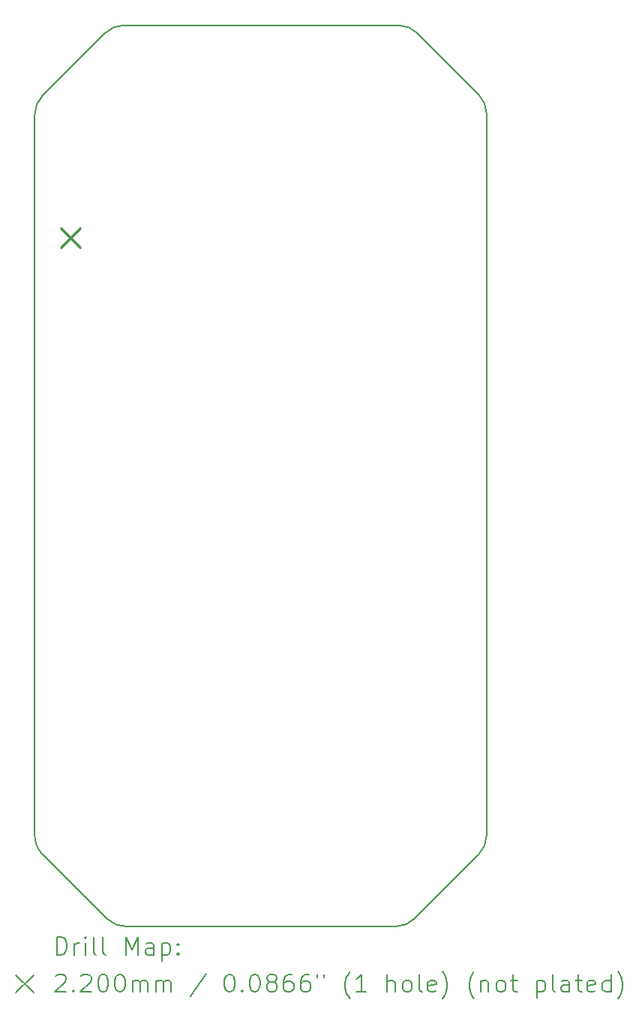
<source format=gbr>
%TF.GenerationSoftware,KiCad,Pcbnew,(6.0.11)*%
%TF.CreationDate,2023-07-08T12:30:29+02:00*%
%TF.ProjectId,Dohle TankVerb,446f686c-6520-4546-916e-6b566572622e,rev?*%
%TF.SameCoordinates,Original*%
%TF.FileFunction,Drillmap*%
%TF.FilePolarity,Positive*%
%FSLAX45Y45*%
G04 Gerber Fmt 4.5, Leading zero omitted, Abs format (unit mm)*
G04 Created by KiCad (PCBNEW (6.0.11)) date 2023-07-08 12:30:29*
%MOMM*%
%LPD*%
G01*
G04 APERTURE LIST*
%ADD10C,0.200000*%
%ADD11C,0.220000*%
G04 APERTURE END LIST*
D10*
X18196934Y-14629536D02*
G75*
G03*
X18284800Y-14417402I-212124J212126D01*
G01*
X13272015Y-14628881D02*
X13996932Y-15353798D01*
X17290536Y-5271771D02*
X14190536Y-5271771D01*
X13978404Y-5359639D02*
X13272668Y-6065375D01*
X17472668Y-15353798D02*
X18196932Y-14629534D01*
X13184802Y-14396961D02*
G75*
G03*
X13272015Y-14628881I299348J-19789D01*
G01*
X13184800Y-6277507D02*
X13184800Y-14396961D01*
X17260536Y-15441665D02*
G75*
G03*
X17472668Y-15353798I4J299995D01*
G01*
X14209064Y-15441666D02*
X17260536Y-15441666D01*
X17502669Y-5359638D02*
G75*
G03*
X17290536Y-5271771I-212139J-212152D01*
G01*
X14190536Y-5271775D02*
G75*
G03*
X13978404Y-5359639I-6J-299995D01*
G01*
X18284799Y-6266035D02*
G75*
G03*
X18196932Y-6053903I-299989J5D01*
G01*
X18284800Y-14417402D02*
X18284800Y-6266035D01*
X18196932Y-6053903D02*
X17502668Y-5359639D01*
X13996931Y-15353800D02*
G75*
G03*
X14209064Y-15441666I212129J212130D01*
G01*
X13272669Y-6065376D02*
G75*
G03*
X13184800Y-6277507I212131J-212134D01*
G01*
D11*
X13474800Y-7561771D02*
X13694800Y-7781771D01*
X13694800Y-7561771D02*
X13474800Y-7781771D01*
D10*
X13431767Y-15762142D02*
X13431767Y-15562142D01*
X13479386Y-15562142D01*
X13507958Y-15571666D01*
X13527005Y-15590714D01*
X13536529Y-15609762D01*
X13546053Y-15647857D01*
X13546053Y-15676428D01*
X13536529Y-15714523D01*
X13527005Y-15733571D01*
X13507958Y-15752619D01*
X13479386Y-15762142D01*
X13431767Y-15762142D01*
X13631767Y-15762142D02*
X13631767Y-15628809D01*
X13631767Y-15666904D02*
X13641291Y-15647857D01*
X13650815Y-15638333D01*
X13669863Y-15628809D01*
X13688910Y-15628809D01*
X13755577Y-15762142D02*
X13755577Y-15628809D01*
X13755577Y-15562142D02*
X13746053Y-15571666D01*
X13755577Y-15581190D01*
X13765101Y-15571666D01*
X13755577Y-15562142D01*
X13755577Y-15581190D01*
X13879386Y-15762142D02*
X13860339Y-15752619D01*
X13850815Y-15733571D01*
X13850815Y-15562142D01*
X13984148Y-15762142D02*
X13965101Y-15752619D01*
X13955577Y-15733571D01*
X13955577Y-15562142D01*
X14212720Y-15762142D02*
X14212720Y-15562142D01*
X14279386Y-15705000D01*
X14346053Y-15562142D01*
X14346053Y-15762142D01*
X14527005Y-15762142D02*
X14527005Y-15657381D01*
X14517482Y-15638333D01*
X14498434Y-15628809D01*
X14460339Y-15628809D01*
X14441291Y-15638333D01*
X14527005Y-15752619D02*
X14507958Y-15762142D01*
X14460339Y-15762142D01*
X14441291Y-15752619D01*
X14431767Y-15733571D01*
X14431767Y-15714523D01*
X14441291Y-15695476D01*
X14460339Y-15685952D01*
X14507958Y-15685952D01*
X14527005Y-15676428D01*
X14622244Y-15628809D02*
X14622244Y-15828809D01*
X14622244Y-15638333D02*
X14641291Y-15628809D01*
X14679386Y-15628809D01*
X14698434Y-15638333D01*
X14707958Y-15647857D01*
X14717482Y-15666904D01*
X14717482Y-15724047D01*
X14707958Y-15743095D01*
X14698434Y-15752619D01*
X14679386Y-15762142D01*
X14641291Y-15762142D01*
X14622244Y-15752619D01*
X14803196Y-15743095D02*
X14812720Y-15752619D01*
X14803196Y-15762142D01*
X14793672Y-15752619D01*
X14803196Y-15743095D01*
X14803196Y-15762142D01*
X14803196Y-15638333D02*
X14812720Y-15647857D01*
X14803196Y-15657381D01*
X14793672Y-15647857D01*
X14803196Y-15638333D01*
X14803196Y-15657381D01*
X12974148Y-15991666D02*
X13174148Y-16191666D01*
X13174148Y-15991666D02*
X12974148Y-16191666D01*
X13422244Y-16001190D02*
X13431767Y-15991666D01*
X13450815Y-15982142D01*
X13498434Y-15982142D01*
X13517482Y-15991666D01*
X13527005Y-16001190D01*
X13536529Y-16020238D01*
X13536529Y-16039285D01*
X13527005Y-16067857D01*
X13412720Y-16182142D01*
X13536529Y-16182142D01*
X13622244Y-16163095D02*
X13631767Y-16172619D01*
X13622244Y-16182142D01*
X13612720Y-16172619D01*
X13622244Y-16163095D01*
X13622244Y-16182142D01*
X13707958Y-16001190D02*
X13717482Y-15991666D01*
X13736529Y-15982142D01*
X13784148Y-15982142D01*
X13803196Y-15991666D01*
X13812720Y-16001190D01*
X13822244Y-16020238D01*
X13822244Y-16039285D01*
X13812720Y-16067857D01*
X13698434Y-16182142D01*
X13822244Y-16182142D01*
X13946053Y-15982142D02*
X13965101Y-15982142D01*
X13984148Y-15991666D01*
X13993672Y-16001190D01*
X14003196Y-16020238D01*
X14012720Y-16058333D01*
X14012720Y-16105952D01*
X14003196Y-16144047D01*
X13993672Y-16163095D01*
X13984148Y-16172619D01*
X13965101Y-16182142D01*
X13946053Y-16182142D01*
X13927005Y-16172619D01*
X13917482Y-16163095D01*
X13907958Y-16144047D01*
X13898434Y-16105952D01*
X13898434Y-16058333D01*
X13907958Y-16020238D01*
X13917482Y-16001190D01*
X13927005Y-15991666D01*
X13946053Y-15982142D01*
X14136529Y-15982142D02*
X14155577Y-15982142D01*
X14174624Y-15991666D01*
X14184148Y-16001190D01*
X14193672Y-16020238D01*
X14203196Y-16058333D01*
X14203196Y-16105952D01*
X14193672Y-16144047D01*
X14184148Y-16163095D01*
X14174624Y-16172619D01*
X14155577Y-16182142D01*
X14136529Y-16182142D01*
X14117482Y-16172619D01*
X14107958Y-16163095D01*
X14098434Y-16144047D01*
X14088910Y-16105952D01*
X14088910Y-16058333D01*
X14098434Y-16020238D01*
X14107958Y-16001190D01*
X14117482Y-15991666D01*
X14136529Y-15982142D01*
X14288910Y-16182142D02*
X14288910Y-16048809D01*
X14288910Y-16067857D02*
X14298434Y-16058333D01*
X14317482Y-16048809D01*
X14346053Y-16048809D01*
X14365101Y-16058333D01*
X14374624Y-16077381D01*
X14374624Y-16182142D01*
X14374624Y-16077381D02*
X14384148Y-16058333D01*
X14403196Y-16048809D01*
X14431767Y-16048809D01*
X14450815Y-16058333D01*
X14460339Y-16077381D01*
X14460339Y-16182142D01*
X14555577Y-16182142D02*
X14555577Y-16048809D01*
X14555577Y-16067857D02*
X14565101Y-16058333D01*
X14584148Y-16048809D01*
X14612720Y-16048809D01*
X14631767Y-16058333D01*
X14641291Y-16077381D01*
X14641291Y-16182142D01*
X14641291Y-16077381D02*
X14650815Y-16058333D01*
X14669863Y-16048809D01*
X14698434Y-16048809D01*
X14717482Y-16058333D01*
X14727005Y-16077381D01*
X14727005Y-16182142D01*
X15117482Y-15972619D02*
X14946053Y-16229762D01*
X15374624Y-15982142D02*
X15393672Y-15982142D01*
X15412720Y-15991666D01*
X15422244Y-16001190D01*
X15431767Y-16020238D01*
X15441291Y-16058333D01*
X15441291Y-16105952D01*
X15431767Y-16144047D01*
X15422244Y-16163095D01*
X15412720Y-16172619D01*
X15393672Y-16182142D01*
X15374624Y-16182142D01*
X15355577Y-16172619D01*
X15346053Y-16163095D01*
X15336529Y-16144047D01*
X15327005Y-16105952D01*
X15327005Y-16058333D01*
X15336529Y-16020238D01*
X15346053Y-16001190D01*
X15355577Y-15991666D01*
X15374624Y-15982142D01*
X15527005Y-16163095D02*
X15536529Y-16172619D01*
X15527005Y-16182142D01*
X15517482Y-16172619D01*
X15527005Y-16163095D01*
X15527005Y-16182142D01*
X15660339Y-15982142D02*
X15679386Y-15982142D01*
X15698434Y-15991666D01*
X15707958Y-16001190D01*
X15717482Y-16020238D01*
X15727005Y-16058333D01*
X15727005Y-16105952D01*
X15717482Y-16144047D01*
X15707958Y-16163095D01*
X15698434Y-16172619D01*
X15679386Y-16182142D01*
X15660339Y-16182142D01*
X15641291Y-16172619D01*
X15631767Y-16163095D01*
X15622244Y-16144047D01*
X15612720Y-16105952D01*
X15612720Y-16058333D01*
X15622244Y-16020238D01*
X15631767Y-16001190D01*
X15641291Y-15991666D01*
X15660339Y-15982142D01*
X15841291Y-16067857D02*
X15822244Y-16058333D01*
X15812720Y-16048809D01*
X15803196Y-16029762D01*
X15803196Y-16020238D01*
X15812720Y-16001190D01*
X15822244Y-15991666D01*
X15841291Y-15982142D01*
X15879386Y-15982142D01*
X15898434Y-15991666D01*
X15907958Y-16001190D01*
X15917482Y-16020238D01*
X15917482Y-16029762D01*
X15907958Y-16048809D01*
X15898434Y-16058333D01*
X15879386Y-16067857D01*
X15841291Y-16067857D01*
X15822244Y-16077381D01*
X15812720Y-16086904D01*
X15803196Y-16105952D01*
X15803196Y-16144047D01*
X15812720Y-16163095D01*
X15822244Y-16172619D01*
X15841291Y-16182142D01*
X15879386Y-16182142D01*
X15898434Y-16172619D01*
X15907958Y-16163095D01*
X15917482Y-16144047D01*
X15917482Y-16105952D01*
X15907958Y-16086904D01*
X15898434Y-16077381D01*
X15879386Y-16067857D01*
X16088910Y-15982142D02*
X16050815Y-15982142D01*
X16031767Y-15991666D01*
X16022244Y-16001190D01*
X16003196Y-16029762D01*
X15993672Y-16067857D01*
X15993672Y-16144047D01*
X16003196Y-16163095D01*
X16012720Y-16172619D01*
X16031767Y-16182142D01*
X16069863Y-16182142D01*
X16088910Y-16172619D01*
X16098434Y-16163095D01*
X16107958Y-16144047D01*
X16107958Y-16096428D01*
X16098434Y-16077381D01*
X16088910Y-16067857D01*
X16069863Y-16058333D01*
X16031767Y-16058333D01*
X16012720Y-16067857D01*
X16003196Y-16077381D01*
X15993672Y-16096428D01*
X16279386Y-15982142D02*
X16241291Y-15982142D01*
X16222244Y-15991666D01*
X16212720Y-16001190D01*
X16193672Y-16029762D01*
X16184148Y-16067857D01*
X16184148Y-16144047D01*
X16193672Y-16163095D01*
X16203196Y-16172619D01*
X16222244Y-16182142D01*
X16260339Y-16182142D01*
X16279386Y-16172619D01*
X16288910Y-16163095D01*
X16298434Y-16144047D01*
X16298434Y-16096428D01*
X16288910Y-16077381D01*
X16279386Y-16067857D01*
X16260339Y-16058333D01*
X16222244Y-16058333D01*
X16203196Y-16067857D01*
X16193672Y-16077381D01*
X16184148Y-16096428D01*
X16374624Y-15982142D02*
X16374624Y-16020238D01*
X16450815Y-15982142D02*
X16450815Y-16020238D01*
X16746053Y-16258333D02*
X16736529Y-16248809D01*
X16717482Y-16220238D01*
X16707958Y-16201190D01*
X16698434Y-16172619D01*
X16688910Y-16125000D01*
X16688910Y-16086904D01*
X16698434Y-16039285D01*
X16707958Y-16010714D01*
X16717482Y-15991666D01*
X16736529Y-15963095D01*
X16746053Y-15953571D01*
X16927006Y-16182142D02*
X16812720Y-16182142D01*
X16869863Y-16182142D02*
X16869863Y-15982142D01*
X16850815Y-16010714D01*
X16831767Y-16029762D01*
X16812720Y-16039285D01*
X17165101Y-16182142D02*
X17165101Y-15982142D01*
X17250815Y-16182142D02*
X17250815Y-16077381D01*
X17241291Y-16058333D01*
X17222244Y-16048809D01*
X17193672Y-16048809D01*
X17174625Y-16058333D01*
X17165101Y-16067857D01*
X17374625Y-16182142D02*
X17355577Y-16172619D01*
X17346053Y-16163095D01*
X17336529Y-16144047D01*
X17336529Y-16086904D01*
X17346053Y-16067857D01*
X17355577Y-16058333D01*
X17374625Y-16048809D01*
X17403196Y-16048809D01*
X17422244Y-16058333D01*
X17431767Y-16067857D01*
X17441291Y-16086904D01*
X17441291Y-16144047D01*
X17431767Y-16163095D01*
X17422244Y-16172619D01*
X17403196Y-16182142D01*
X17374625Y-16182142D01*
X17555577Y-16182142D02*
X17536529Y-16172619D01*
X17527006Y-16153571D01*
X17527006Y-15982142D01*
X17707958Y-16172619D02*
X17688910Y-16182142D01*
X17650815Y-16182142D01*
X17631767Y-16172619D01*
X17622244Y-16153571D01*
X17622244Y-16077381D01*
X17631767Y-16058333D01*
X17650815Y-16048809D01*
X17688910Y-16048809D01*
X17707958Y-16058333D01*
X17717482Y-16077381D01*
X17717482Y-16096428D01*
X17622244Y-16115476D01*
X17784148Y-16258333D02*
X17793672Y-16248809D01*
X17812720Y-16220238D01*
X17822244Y-16201190D01*
X17831767Y-16172619D01*
X17841291Y-16125000D01*
X17841291Y-16086904D01*
X17831767Y-16039285D01*
X17822244Y-16010714D01*
X17812720Y-15991666D01*
X17793672Y-15963095D01*
X17784148Y-15953571D01*
X18146053Y-16258333D02*
X18136529Y-16248809D01*
X18117482Y-16220238D01*
X18107958Y-16201190D01*
X18098434Y-16172619D01*
X18088910Y-16125000D01*
X18088910Y-16086904D01*
X18098434Y-16039285D01*
X18107958Y-16010714D01*
X18117482Y-15991666D01*
X18136529Y-15963095D01*
X18146053Y-15953571D01*
X18222244Y-16048809D02*
X18222244Y-16182142D01*
X18222244Y-16067857D02*
X18231767Y-16058333D01*
X18250815Y-16048809D01*
X18279386Y-16048809D01*
X18298434Y-16058333D01*
X18307958Y-16077381D01*
X18307958Y-16182142D01*
X18431767Y-16182142D02*
X18412720Y-16172619D01*
X18403196Y-16163095D01*
X18393672Y-16144047D01*
X18393672Y-16086904D01*
X18403196Y-16067857D01*
X18412720Y-16058333D01*
X18431767Y-16048809D01*
X18460339Y-16048809D01*
X18479386Y-16058333D01*
X18488910Y-16067857D01*
X18498434Y-16086904D01*
X18498434Y-16144047D01*
X18488910Y-16163095D01*
X18479386Y-16172619D01*
X18460339Y-16182142D01*
X18431767Y-16182142D01*
X18555577Y-16048809D02*
X18631767Y-16048809D01*
X18584148Y-15982142D02*
X18584148Y-16153571D01*
X18593672Y-16172619D01*
X18612720Y-16182142D01*
X18631767Y-16182142D01*
X18850815Y-16048809D02*
X18850815Y-16248809D01*
X18850815Y-16058333D02*
X18869863Y-16048809D01*
X18907958Y-16048809D01*
X18927006Y-16058333D01*
X18936529Y-16067857D01*
X18946053Y-16086904D01*
X18946053Y-16144047D01*
X18936529Y-16163095D01*
X18927006Y-16172619D01*
X18907958Y-16182142D01*
X18869863Y-16182142D01*
X18850815Y-16172619D01*
X19060339Y-16182142D02*
X19041291Y-16172619D01*
X19031767Y-16153571D01*
X19031767Y-15982142D01*
X19222244Y-16182142D02*
X19222244Y-16077381D01*
X19212720Y-16058333D01*
X19193672Y-16048809D01*
X19155577Y-16048809D01*
X19136529Y-16058333D01*
X19222244Y-16172619D02*
X19203196Y-16182142D01*
X19155577Y-16182142D01*
X19136529Y-16172619D01*
X19127006Y-16153571D01*
X19127006Y-16134523D01*
X19136529Y-16115476D01*
X19155577Y-16105952D01*
X19203196Y-16105952D01*
X19222244Y-16096428D01*
X19288910Y-16048809D02*
X19365101Y-16048809D01*
X19317482Y-15982142D02*
X19317482Y-16153571D01*
X19327006Y-16172619D01*
X19346053Y-16182142D01*
X19365101Y-16182142D01*
X19507958Y-16172619D02*
X19488910Y-16182142D01*
X19450815Y-16182142D01*
X19431767Y-16172619D01*
X19422244Y-16153571D01*
X19422244Y-16077381D01*
X19431767Y-16058333D01*
X19450815Y-16048809D01*
X19488910Y-16048809D01*
X19507958Y-16058333D01*
X19517482Y-16077381D01*
X19517482Y-16096428D01*
X19422244Y-16115476D01*
X19688910Y-16182142D02*
X19688910Y-15982142D01*
X19688910Y-16172619D02*
X19669863Y-16182142D01*
X19631767Y-16182142D01*
X19612720Y-16172619D01*
X19603196Y-16163095D01*
X19593672Y-16144047D01*
X19593672Y-16086904D01*
X19603196Y-16067857D01*
X19612720Y-16058333D01*
X19631767Y-16048809D01*
X19669863Y-16048809D01*
X19688910Y-16058333D01*
X19765101Y-16258333D02*
X19774625Y-16248809D01*
X19793672Y-16220238D01*
X19803196Y-16201190D01*
X19812720Y-16172619D01*
X19822244Y-16125000D01*
X19822244Y-16086904D01*
X19812720Y-16039285D01*
X19803196Y-16010714D01*
X19793672Y-15991666D01*
X19774625Y-15963095D01*
X19765101Y-15953571D01*
M02*

</source>
